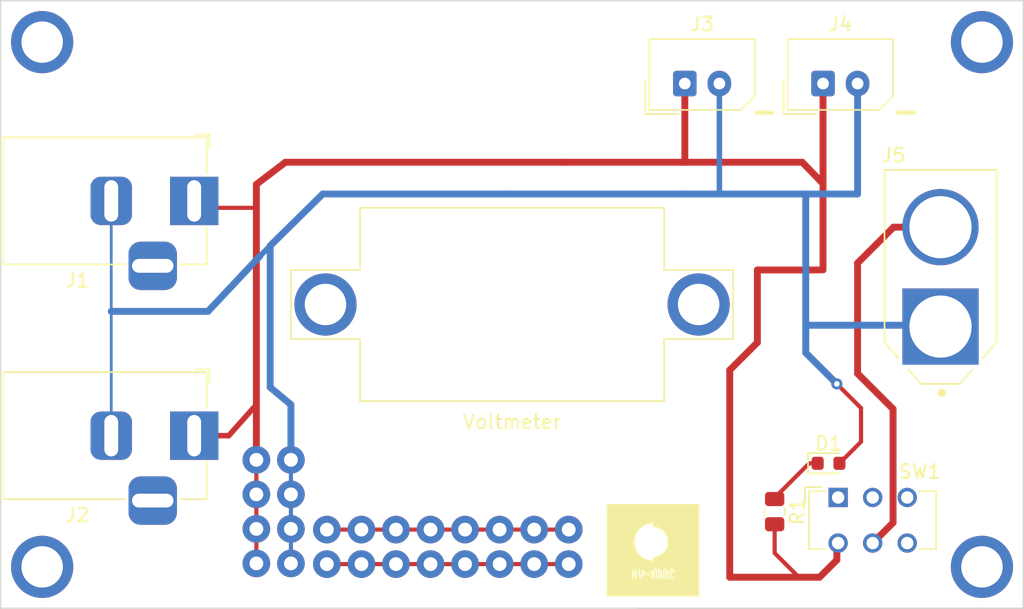
<source format=kicad_pcb>
(kicad_pcb (version 20211014) (generator pcbnew)
  (layers (0 "F.Cu" signal) (31 "B.Cu" signal) (34 "B.Paste" user) (35 "F.Paste" user) (36 "B.SilkS" user "B.Silkscreen") (37 "F.SilkS" user "F.Silkscreen") (38 "B.Mask" user) (39 "F.Mask" user) (44 "Edge.Cuts" user))
  (net 0 "")
  (net 1 "Net-(J1-Pad1)")
  (net 2 "Net-(J5-Pad2)")
  (net 3 "Net-(D1-Pad2)")
  (net 4 "Net-(J1-Pad2)")
  (footprint "Connector_BarrelJack:BarrelJack_Horizontal" (layer "F.Cu") (at 127 91.5)
    (fp_text reference "J1" (at -8.45 5.75) (layer "F.SilkS"))
    (fp_text value "Barrel_Jack")
    (pad "1" thru_hole rect (at 0 0) (size 3.5 3.5) (drill oval 1 3) (layers *.Cu *.Mask) (net 1 "Net-(J1-Pad1)"))
    (pad "2" thru_hole roundrect (at -6 0) (size 3 3.5) (drill oval 1 3) (layers *.Cu *.Mask) (net 4 "Net-(J1-Pad2)"))
    (pad "3" thru_hole roundrect (at -3 4.7) (size 3.5 3.5) (drill oval 3 1) (layers *.Cu *.Mask))
  )
  (footprint "" (layer "F.Cu") (at 141.6 117.8)
    (fp_text reference "" (at 0 0) (layer "F.SilkS") (effects (font (size 1.27 1.27))))
    (fp_text value "" (at 0 0) (layer "F.SilkS") (effects (font (size 1.27 1.27))))
    (pad "1" thru_hole circle (at 0 0) (size 2 2) (drill 1) (layers *.Cu *.Mask))
  )
  (footprint "" (layer "F.Cu") (at 116 80)
    (fp_text reference "" (at 0 0) (layer "F.SilkS") (effects (font (size 1.27 1.27))))
    (fp_text value "" (at 0 0) (layer "F.SilkS") (effects (font (size 1.27 1.27))))
    (pad "1" thru_hole circle (at 0 0) (size 4.5 4.5) (drill 3) (layers *.Cu *.Mask))
  )
  (footprint "Button_Switch_THT:SW_CuK_JS202011AQN_DPDT_Angled" (layer "F.Cu") (at 173.5925 112.975)
    (fp_text reference "SW1" (at 5.9075 -1.875) (layer "F.SilkS"))
    (fp_text value "SW_SPDT")
    (pad "1" thru_hole rect (at 0 0) (size 1.4 1.4) (drill 0.9) (layers *.Cu *.Mask) (net 1 "Net-(J1-Pad1)"))
    (pad "2" thru_hole circle (at 2.5 0) (size 1.4 1.4) (drill 0.9) (layers *.Cu *.Mask) (net 2 "Net-(J5-Pad2)"))
    (pad "3" thru_hole circle (at 5 0) (size 1.4 1.4) (drill 0.9) (layers *.Cu *.Mask) (net 1 "Net-(J1-Pad1)"))
    (pad "4" thru_hole circle (at 0 3.3) (size 1.4 1.4) (drill 0.9) (layers *.Cu *.Mask))
    (pad "5" thru_hole circle (at 2.5 3.3) (size 1.4 1.4) (drill 0.9) (layers *.Cu *.Mask))
    (pad "6" thru_hole circle (at 5 3.3) (size 1.4 1.4) (drill 0.9) (layers *.Cu *.Mask))
  )
  (footprint "" (layer "F.Cu") (at 116 118)
    (fp_text reference "" (at 0 0) (layer "F.SilkS") (effects (font (size 1.27 1.27))))
    (fp_text value "" (at 0 0) (layer "F.SilkS") (effects (font (size 1.27 1.27))))
    (pad "1" thru_hole circle (at 0 0) (size 4.5 4.5) (drill 3) (layers *.Cu *.Mask))
  )
  (footprint "" (layer "F.Cu") (at 144.1 115.3)
    (fp_text reference "" (at 0 0) (layer "F.SilkS") (effects (font (size 1.27 1.27))))
    (fp_text value "" (at 0 0) (layer "F.SilkS") (effects (font (size 1.27 1.27))))
    (pad "1" thru_hole circle (at 0 0) (size 2 2) (drill 1) (layers *.Cu *.Mask))
  )
  (footprint "" (layer "F.Cu") (at 139.1 117.8)
    (fp_text reference "" (at 0 0) (layer "F.SilkS") (effects (font (size 1.27 1.27))))
    (fp_text value "" (at 0 0) (layer "F.SilkS") (effects (font (size 1.27 1.27))))
    (pad "1" thru_hole circle (at 0 0) (size 2 2) (drill 1) (layers *.Cu *.Mask))
  )
  (footprint "" (layer "F.Cu") (at 131.5 110.25)
    (fp_text reference "" (at 0 0) (layer "F.SilkS") (effects (font (size 1.27 1.27))))
    (fp_text value "" (at 0 0) (layer "F.SilkS") (effects (font (size 1.27 1.27))))
    (pad "1" thru_hole circle (at 0 0) (size 2 2) (drill 1) (layers *.Cu *.Mask))
  )
  (footprint "" (layer "F.Cu") (at 146.6 115.3)
    (fp_text reference "" (at 0 0) (layer "F.SilkS") (effects (font (size 1.27 1.27))))
    (fp_text value "" (at 0 0) (layer "F.SilkS") (effects (font (size 1.27 1.27))))
    (pad "1" thru_hole circle (at 0 0) (size 2 2) (drill 1) (layers *.Cu *.Mask))
  )
  (footprint "" (layer "F.Cu") (at 144.1 117.8)
    (fp_text reference "" (at 0 0) (layer "F.SilkS") (effects (font (size 1.27 1.27))))
    (fp_text value "" (at 0 0) (layer "F.SilkS") (effects (font (size 1.27 1.27))))
    (pad "1" thru_hole circle (at 0 0) (size 2 2) (drill 1) (layers *.Cu *.Mask))
  )
  (footprint "Connector_Molex:Molex_SPOX_5267-02A_1x02_P2.50mm_Vertical" (layer "F.Cu") (at 162.5 83)
    (fp_text reference "J3" (at 1.25 -4.3) (layer "F.SilkS"))
    (fp_text value "5267-02A-X")
    (pad "1" thru_hole roundrect (at 0 0) (size 1.7 1.85) (drill 0.85) (layers *.Cu *.Mask) (roundrect_rratio 0.1470588235) (net 4 "Net-(J1-Pad2)"))
    (pad "2" thru_hole oval (at 2.5 0) (size 1.7 1.85) (drill 0.85) (layers *.Cu *.Mask) (net 1 "Net-(J1-Pad1)"))
  )
  (footprint "" (layer "F.Cu") (at 134 112.75)
    (fp_text reference "" (at 0 0) (layer "F.SilkS") (effects (font (size 1.27 1.27))))
    (fp_text value "" (at 0 0) (layer "F.SilkS") (effects (font (size 1.27 1.27))))
    (pad "1" thru_hole circle (at 0 0) (size 2 2) (drill 1) (layers *.Cu *.Mask))
  )
  (footprint "" (layer "F.Cu") (at 134 110.25)
    (fp_text reference "" (at 0 0) (layer "F.SilkS") (effects (font (size 1.27 1.27))))
    (fp_text value "" (at 0 0) (layer "F.SilkS") (effects (font (size 1.27 1.27))))
    (pad "1" thru_hole circle (at 0 0) (size 2 2) (drill 1) (layers *.Cu *.Mask))
  )
  (footprint "" (layer "F.Cu") (at 141.6 115.3)
    (fp_text reference "" (at 0 0) (layer "F.SilkS") (effects (font (size 1.27 1.27))))
    (fp_text value "" (at 0 0) (layer "F.SilkS") (effects (font (size 1.27 1.27))))
    (pad "1" thru_hole circle (at 0 0) (size 2 2) (drill 1) (layers *.Cu *.Mask))
  )
  (footprint "" (layer "F.Cu") (at 184 80)
    (fp_text reference "" (at 0 0) (layer "F.SilkS") (effects (font (size 1.27 1.27))))
    (fp_text value "" (at 0 0) (layer "F.SilkS") (effects (font (size 1.27 1.27))))
    (pad "1" thru_hole circle (at 0 0) (size 4.5 4.5) (drill 3) (layers *.Cu *.Mask))
  )
  (footprint "" (layer "F.Cu") (at 154.1 115.3)
    (fp_text reference "" (at 0 0) (layer "F.SilkS") (effects (font (size 1.27 1.27))))
    (fp_text value "" (at 0 0) (layer "F.SilkS") (effects (font (size 1.27 1.27))))
    (pad "1" thru_hole circle (at 0 0) (size 2 2) (drill 1) (layers *.Cu *.Mask))
  )
  (footprint "LED_SMD:LED_0603_1608Metric" (layer "F.Cu") (at 172.9 110.5)
    (fp_text reference "D1" (at 0 -1.43) (layer "F.SilkS"))
    (fp_text value "LED")
    (pad "1" smd roundrect (at -0.7875 0) (size 0.875 0.95) (layers "F.Cu" "F.Paste" "F.Mask") (net 1 "Net-(J1-Pad1)"))
    (pad "2" smd roundrect (at 0.7875 0) (size 0.875 0.95) (layers "F.Cu" "F.Paste" "F.Mask") (net 3 "Net-(D1-Pad2)"))
  )
  (footprint "" (layer "F.Cu") (at 131.5 112.75)
    (fp_text reference "" (at 0 0) (layer "F.SilkS") (effects (font (size 1.27 1.27))))
    (fp_text value "" (at 0 0) (layer "F.SilkS") (effects (font (size 1.27 1.27))))
    (pad "1" thru_hole circle (at 0 0) (size 2 2) (drill 1) (layers *.Cu *.Mask))
  )
  (footprint "" (layer "F.Cu") (at 149.1 117.8)
    (fp_text reference "" (at 0 0) (layer "F.SilkS") (effects (font (size 1.27 1.27))))
    (fp_text value "" (at 0 0) (layer "F.SilkS") (effects (font (size 1.27 1.27))))
    (pad "1" thru_hole circle (at 0 0) (size 2 2) (drill 1) (layers *.Cu *.Mask))
  )
  (footprint "" (layer "F.Cu") (at 139.1 115.3)
    (fp_text reference "" (at 0 0) (layer "F.SilkS") (effects (font (size 1.27 1.27))))
    (fp_text value "" (at 0 0) (layer "F.SilkS") (effects (font (size 1.27 1.27))))
    (pad "1" thru_hole circle (at 0 0) (size 2 2) (drill 1) (layers *.Cu *.Mask))
  )
  (footprint "" (layer "F.Cu") (at 184 118)
    (fp_text reference "" (at 0 0) (layer "F.SilkS") (effects (font (size 1.27 1.27))))
    (fp_text value "" (at 0 0) (layer "F.SilkS") (effects (font (size 1.27 1.27))))
    (pad "1" thru_hole circle (at 0 0) (size 4.5 4.5) (drill 3) (layers *.Cu *.Mask))
  )
  (footprint "Resistor_SMD:R_0805_2012Metric" (layer "F.Cu") (at 169 114 -90)
    (fp_text reference "R1" (at 0 -1.65 90) (layer "F.SilkS"))
    (fp_text value "R")
    (pad "1" smd roundrect (at -0.9125 0 270) (size 1.025 1.4) (layers "F.Cu" "F.Paste" "F.Mask") (roundrect_rratio 0.243902439) (net 3 "Net-(D1-Pad2)"))
    (pad "2" smd roundrect (at 0.9125 0 270) (size 1.025 1.4) (layers "F.Cu" "F.Paste" "F.Mask") (roundrect_rratio 0.243902439) (net 1 "Net-(J1-Pad1)"))
  )
  (footprint "" (layer "F.Cu") (at 151.6 115.3)
    (fp_text reference "" (at 0 0) (layer "F.SilkS") (effects (font (size 1.27 1.27))))
    (fp_text value "" (at 0 0) (layer "F.SilkS") (effects (font (size 1.27 1.27))))
    (pad "1" thru_hole circle (at 0 0) (size 2 2) (drill 1) (layers *.Cu *.Mask))
  )
  (footprint "" (layer "F.Cu") (at 154.1 117.8)
    (fp_text reference "" (at 0 0) (layer "F.SilkS") (effects (font (size 1.27 1.27))))
    (fp_text value "" (at 0 0) (layer "F.SilkS") (effects (font (size 1.27 1.27))))
    (pad "1" thru_hole circle (at 0 0) (size 2 2) (drill 1) (layers *.Cu *.Mask))
  )
  (footprint "" (layer "F.Cu") (at 134 117.75)
    (fp_text reference "" (at 0 0) (layer "F.SilkS") (effects (font (size 1.27 1.27))))
    (fp_text value "" (at 0 0) (layer "F.SilkS") (effects (font (size 1.27 1.27))))
    (pad "1" thru_hole circle (at 0 0) (size 2 2) (drill 1) (layers *.Cu *.Mask))
  )
  (footprint "Connector_BarrelJack:BarrelJack_Horizontal" (layer "F.Cu") (at 127 108.5)
    (fp_text reference "J2" (at -8.45 5.75) (layer "F.SilkS"))
    (fp_text value "Barrel_Jack")
    (pad "1" thru_hole rect (at 0 0) (size 3.5 3.5) (drill oval 1 3) (layers *.Cu *.Mask) (net 1 "Net-(J1-Pad1)"))
    (pad "2" thru_hole roundrect (at -6 0) (size 3 3.5) (drill oval 1 3) (layers *.Cu *.Mask) (net 4 "Net-(J1-Pad2)"))
    (pad "3" thru_hole roundrect (at -3 4.7) (size 3.5 3.5) (drill oval 3 1) (layers *.Cu *.Mask))
  )
  (footprint "" (layer "F.Cu") (at 136.6 115.3)
    (fp_text reference "" (at 0 0) (layer "F.SilkS") (effects (font (size 1.27 1.27))))
    (fp_text value "" (at 0 0) (layer "F.SilkS") (effects (font (size 1.27 1.27))))
    (pad "1" thru_hole circle (at 0 0) (size 2 2) (drill 1) (layers *.Cu *.Mask))
  )
  (footprint "" (layer "F.Cu") (at 151.6 117.8)
    (fp_text reference "" (at 0 0) (layer "F.SilkS") (effects (font (size 1.27 1.27))))
    (fp_text value "" (at 0 0) (layer "F.SilkS") (effects (font (size 1.27 1.27))))
    (pad "1" thru_hole circle (at 0 0) (size 2 2) (drill 1) (layers *.Cu *.Mask))
  )
  (footprint "Connector_Molex:Molex_SPOX_5267-02A_1x02_P2.50mm_Vertical" (layer "F.Cu") (at 172.5 83)
    (fp_text reference "J4" (at 1.25 -4.3) (layer "F.SilkS"))
    (fp_text value "5267-02A-X")
    (pad "1" thru_hole roundrect (at 0 0) (size 1.7 1.85) (drill 0.85) (layers *.Cu *.Mask) (roundrect_rratio 0.1470588235) (net 4 "Net-(J1-Pad2)"))
    (pad "2" thru_hole oval (at 2.5 0) (size 1.7 1.85) (drill 0.85) (layers *.Cu *.Mask) (net 1 "Net-(J1-Pad1)"))
  )
  (footprint "" (layer "F.Cu") (at 146.6 117.8)
    (fp_text reference "" (at 0 0) (layer "F.SilkS") (effects (font (size 1.27 1.27))))
    (fp_text value "" (at 0 0) (layer "F.SilkS") (effects (font (size 1.27 1.27))))
    (pad "1" thru_hole circle (at 0 0) (size 2 2) (drill 1) (layers *.Cu *.Mask))
  )
  (footprint "logos:hy_mec_example" (layer "F.Cu") (at 160.2 116.8)
    (fp_text reference "G***" (at -0.324646 -2) (layer "F.SilkS") (effects (font (size 1.524 1.524) (thickness 0.3))))
    (fp_text value "LOGO" hide)
  )
  (footprint "" (layer "F.Cu") (at 136.6 117.8)
    (fp_text reference "" (at 0 0) (layer "F.SilkS") (effects (font (size 1.27 1.27))))
    (fp_text value "" (at 0 0) (layer "F.SilkS") (effects (font (size 1.27 1.27))))
    (pad "1" thru_hole circle (at 0 0) (size 2 2) (drill 1) (layers *.Cu *.Mask))
  )
  (footprint "" (layer "F.Cu") (at 149.1 115.3)
    (fp_text reference "" (at 0 0) (layer "F.SilkS") (effects (font (size 1.27 1.27))))
    (fp_text value "" (at 0 0) (layer "F.SilkS") (effects (font (size 1.27 1.27))))
    (pad "1" thru_hole circle (at 0 0) (size 2 2) (drill 1) (layers *.Cu *.Mask))
  )
  (footprint "" (layer "F.Cu") (at 131.5 115.25)
    (fp_text reference "" (at 0 0) (layer "F.SilkS") (effects (font (size 1.27 1.27))))
    (fp_text value "" (at 0 0) (layer "F.SilkS") (effects (font (size 1.27 1.27))))
    (pad "1" thru_hole circle (at 0 0) (size 2 2) (drill 1) (layers *.Cu *.Mask))
  )
  (footprint "PIN:PIN_Wls" (layer "F.Cu") (at 150 99)
    (fp_text reference "Voltmeter" (at 0 8.5 unlocked) (layer "F.SilkS"))
    (fp_text value "PIN_Wls")
    (pad "1" thru_hole circle (at -13.5 0) (size 4.5 4.5) (drill 3) (layers *.Cu *.Mask))
    (pad "3" thru_hole circle (at 13.5 0) (size 4.5 4.5) (drill 3) (layers *.Cu *.Mask))
  )
  (footprint "" (layer "F.Cu") (at 134 115.25)
    (fp_text reference "" (at 0 0) (layer "F.SilkS") (effects (font (size 1.27 1.27))))
    (fp_text value "" (at 0 0) (layer "F.SilkS") (effects (font (size 1.27 1.27))))
    (pad "1" thru_hole circle (at 0 0) (size 2 2) (drill 1) (layers *.Cu *.Mask))
  )
  (footprint "XT60-M:AMASS_XT60-M" (layer "F.Cu") (at 181 97 90)
    (fp_text reference "J5" (at 8.8 -3.4 180) (layer "F.SilkS") (effects (font (size 1.000693 1.000693))))
    (fp_text value "XT60-M")
    (pad "1" thru_hole rect locked (at -3.6 0 90) (size 5.516 5.516) (drill 4.5) (layers *.Cu *.Mask) (net 1 "Net-(J1-Pad1)"))
    (pad "2" thru_hole circle locked (at 3.6 0 90) (size 5.516 5.516) (drill 4.5) (layers *.Cu *.Mask) (net 2 "Net-(J5-Pad2)"))
  )
  (footprint "" (layer "F.Cu") (at 131.5 117.75)
    (fp_text reference "" (at 0 0) (layer "F.SilkS") (effects (font (size 1.27 1.27))))
    (fp_text value "" (at 0 0) (layer "F.SilkS") (effects (font (size 1.27 1.27))))
    (pad "1" thru_hole circle (at 0 0) (size 2 2) (drill 1) (layers *.Cu *.Mask))
  )
  (gr_line (start 167.75 96.5) (end 172.25 96.5) (layer "F.Cu") (width 0.5))
  (gr_line (start 171 88.7) (end 172.5 90.25) (layer "F.Cu") (width 0.5))
  (gr_line (start 136.6 115.3) (end 154.1 115.3) (layer "F.Cu") (width 0.3))
  (gr_line (start 153.7 88.7) (end 133.6 88.7) (layer "F.Cu") (width 0.5))
  (gr_line (start 131.5 97) (end 131.5 91.1) (layer "F.Cu") (width 0.5))
  (gr_line (start 162.3 88.7) (end 153.6 88.7) (layer "F.Cu") (width 0.5))
  (gr_line (start 167.75 101.75) (end 167.75 96.5) (layer "F.Cu") (width 0.5))
  (gr_line (start 162.5 83) (end 162.5 88.7) (layer "F.Cu") (width 0.5))
  (gr_line (start 131.5 110.25) (end 131.5 112.75) (layer "F.Cu") (width 0.3))
  (gr_line (start 131.5 115.25) (end 131.5 117.75) (layer "F.Cu") (width 0.3))
  (gr_line (start 171.5 110.5) (end 172 110.5) (layer "F.Cu") (width 0.3))
  (gr_line (start 131.5 112.75) (end 131.5 115.25) (layer "F.Cu") (width 0.3))
  (gr_line (start 169 115) (end 169 116.5) (layer "F.Cu") (width 0.3))
  (gr_line (start 165.75 118.75) (end 165.75 103.75) (layer "F.Cu") (width 0.5))
  (gr_line (start 131.5 90.3) (end 131.5 91.1) (layer "F.Cu") (width 0.5))
  (gr_line (start 169 113) (end 171.5 110.5) (layer "F.Cu") (width 0.3))
  (gr_line (start 173.5 117.5) (end 173.5 116.25) (layer "F.Cu") (width 0.5))
  (gr_line (start 172.5 83) (end 172.5 96.5) (layer "F.Cu") (width 0.5))
  (gr_line (start 136.6 117.8) (end 154.1 117.8) (layer "F.Cu") (width 0.3))
  (gr_line (start 131.5 106.25) (end 129.5 108.5) (layer "F.Cu") (width 0.4))
  (gr_line (start 172.25 118.75) (end 165.75 118.75) (layer "F.Cu") (width 0.5))
  (gr_line (start 173.5 117.5) (end 172.25 118.75) (layer "F.Cu") (width 0.5))
  (gr_line (start 131.5 106.25) (end 131.5 97) (layer "F.Cu") (width 0.5))
  (gr_line (start 131.5 110.25) (end 131.5 106.25) (layer "F.Cu") (width 0.5))
  (gr_line (start 169 116.5) (end 169 117) (layer "F.Cu") (width 0.3))
  (gr_line (start 162.3 88.7) (end 171 88.7) (layer "F.Cu") (width 0.5))
  (gr_line (start 129.5 108.5) (end 127.5 108.5) (layer "F.Cu") (width 0.4))
  (gr_line (start 133.6 88.7) (end 131.5 90.3) (layer "F.Cu") (width 0.5))
  (gr_line (start 165.75 103.75) (end 167.75 101.75) (layer "F.Cu") (width 0.5))
  (gr_line (start 178 93.4) (end 178.6 93.4) (layer "F.Cu") (width 0.5))
  (gr_line (start 131.5 92) (end 127.5 92) (layer "F.Cu") (width 0.3))
  (gr_line (start 169 117) (end 170.75 118.75) (layer "F.Cu") (width 0.3))
  (gr_line (start 172.5 96.5) (end 172.25 96.5) (layer "F.Cu") (width 0.4))
  (gr_line (start 132.5 94.75) (end 136.3 91) (layer "B.Cu") (width 0.5))
  (gr_line (start 175 83) (end 175 87) (layer "B.Cu") (width 0.5))
  (gr_line (start 134 115.25) (end 134 112.75) (layer "B.Cu") (width 0.3))
  (gr_line (start 121 99.5) (end 121 109) (layer "B.Cu") (width 0.2))
  (gr_line (start 165 83) (end 165 91) (layer "B.Cu") (width 0.4))
  (gr_line (start 176 100.5) (end 178.7 100.5) (layer "B.Cu") (width 0.5))
  (gr_line (start 132.5 105) (end 132.5 94.75) (layer "B.Cu") (width 0.5))
  (gr_line (start 136.3 91) (end 149.5 91) (layer "B.Cu") (width 0.5))
  (gr_line (start 131.75 95.5) (end 132.5 94.75) (layer "B.Cu") (width 0.4))
  (gr_line (start 162.5 91) (end 149.5 91) (layer "B.Cu") (width 0.5))
  (gr_line (start 164.5 100.5) (end 162.5 98.5) (layer "B.Cu") (width 0.2))
  (gr_line (start 128 99.5) (end 121 99.5) (layer "B.Cu") (width 0.5))
  (gr_line (start 162.5 91) (end 175 91) (layer "B.Cu") (width 0.5))
  (gr_line (start 173.5 100.5) (end 176 100.5) (layer "B.Cu") (width 0.5))
  (gr_line (start 134 117.75) (end 134 115.25) (layer "B.Cu") (width 0.3))
  (gr_line (start 175 87) (end 175 91) (layer "B.Cu") (width 0.5))
  (gr_line (start 134 106.25) (end 132.5 105) (layer "B.Cu") (width 0.5))
  (gr_line (start 171.25 100.5) (end 173.5 100.5) (layer "B.Cu") (width 0.5))
  (gr_line (start 171.25 100.5) (end 171.25 91) (layer "B.Cu") (width 0.5))
  (gr_line (start 171.25 101.25) (end 171.25 100.5) (layer "B.Cu") (width 0.5))
  (gr_line (start 121 99.5) (end 121 92) (layer "B.Cu") (width 0.2))
  (gr_line (start 134 110.25) (end 134 106.25) (layer "B.Cu") (width 0.5))
  (gr_line (start 131.75 95.5) (end 128 99.5) (layer "B.Cu") (width 0.5))
  (gr_line (start 134 112.75) (end 134 110.25) (layer "B.Cu") (width 0.3))
  (gr_line (start 187 77) (end 113 77) (layer "Edge.Cuts") (width 0.1))
  (gr_line (start 113 121) (end 159 121) (layer "Edge.Cuts") (width 0.1))
  (gr_line (start 159 121) (end 187 121) (layer "Edge.Cuts") (width 0.1))
  (gr_line (start 113 121) (end 113 77) (layer "Edge.Cuts") (width 0.1))
  (gr_line (start 187 77) (end 187 121) (layer "Edge.Cuts") (width 0.1))
  (gr_text "-" (at 178.5 85) (layer "F.SilkS") (effects (font (size 1.5 1.5) (thickness 0.3))))
  (gr_text "-" (at 168.25 85) (layer "F.SilkS") (effects (font (size 1.5 1.5) (thickness 0.3))))
  (segment (start 177.567989 114.799511) (end 177.567989 113) (width 0.5) (layer "F.Cu") (net 0))
  (segment (start 177.567989 106.567989) (end 175 104) (width 0.5) (layer "F.Cu") (net 0))
  (segment (start 175 104) (end 175 96) (width 0.5) (layer "F.Cu") (net 0))
  (segment (start 176.0925 116.275) (end 177.567989 114.799511) (width 0.5) (layer "F.Cu") (net 0))
  (segment (start 175 96) (end 177.6 93.4) (width 0.5) (layer "F.Cu") (net 0))
  (segment (start 177.6 93.4) (end 177.917489 93.4) (width 0.5) (layer "F.Cu") (net 0))
  (segment (start 177.567989 113) (end 177.567989 106.567989) (width 0.5) (layer "F.Cu") (net 0))
  (segment (start 174.40048 82.751671) (end 174.576075 82.576076) (width 0.3) (layer "B.Cu") (net 1))
  (segment (start 175.25 106.75) (end 175.25 106.5) (width 0.3) (layer "F.Cu") (net 3))
  (segment (start 175.25 106.5) (end 173.5 104.75) (width 0.3) (layer "F.Cu") (net 3))
  (segment (start 175.25 108.9375) (end 175.25 106.75) (width 0.3) (layer "F.Cu") (net 3))
  (segment (start 173.6875 110.5) (end 175.25 108.9375) (width 0.3) (layer "F.Cu") (net 3))
  (via (at 173.5 104.75) (size 0.8) (drill 0.4) (layers "F.Cu" "B.Cu") (net 3))
  (segment (start 171.25 102.5) (end 171.25 101.25) (width 0.5) (layer "B.Cu") (net 3))
  (segment (start 173.5 104.75) (end 171.25 102.5) (width 0.5) (layer "B.Cu") (net 3))
)
</source>
